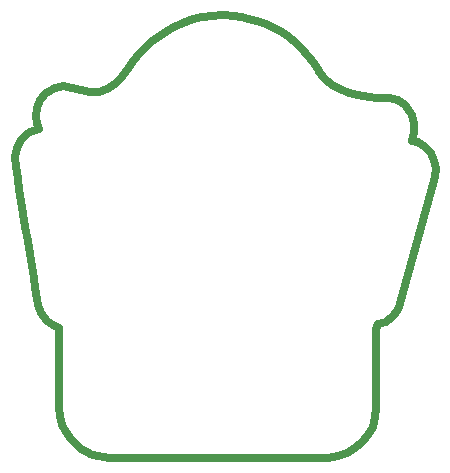
<source format=gbr>
%TF.GenerationSoftware,KiCad,Pcbnew,(6.0.5)*%
%TF.CreationDate,2022-07-12T12:17:59-06:00*%
%TF.ProjectId,jack,6a61636b-2e6b-4696-9361-645f70636258,rev?*%
%TF.SameCoordinates,PX7dfd6b0PY631d890*%
%TF.FileFunction,Profile,NP*%
%FSLAX46Y46*%
G04 Gerber Fmt 4.6, Leading zero omitted, Abs format (unit mm)*
G04 Created by KiCad (PCBNEW (6.0.5)) date 2022-07-12 12:17:59*
%MOMM*%
%LPD*%
G01*
G04 APERTURE LIST*
%ADD10C,0.700000*%
G04 APERTURE END LIST*
D10*
X30229139Y29961804D02*
X29761415Y30573007D01*
X29139820Y30985477D01*
X28418083Y31166097D01*
X28266447Y31171484D01*
X32256018Y25831500D02*
X31962377Y26500499D01*
X31455753Y27072394D01*
X30839455Y27431085D01*
X30770084Y27458059D01*
X30354735Y27561907D02*
X30564059Y28301545D01*
X30547650Y29054923D01*
X30339380Y29735725D01*
X30229139Y29961804D01*
X14178612Y38176634D02*
X13475684Y38149635D01*
X12617203Y38040145D01*
X11782182Y37846842D01*
X10971733Y37570091D01*
X10186967Y37210260D01*
X9578395Y36862822D01*
X8987542Y36462634D01*
X28182021Y12256252D02*
X28771154Y12694602D01*
X29103130Y13115118D01*
X-1262349Y28568801D02*
X-1949590Y28336567D01*
X-2231907Y28151341D01*
X4736811Y737231D02*
X23109742Y737231D01*
X27329596Y11638030D02*
X27478984Y12038953D01*
X1612238Y32052761D02*
X916314Y32181172D01*
X868012Y32181694D01*
X15954989Y38012475D02*
X15226261Y38118543D01*
X14506191Y38170820D01*
X14178612Y38176634D01*
X29276000Y13514793D02*
X32332736Y24481454D01*
X503477Y4970564D02*
X569908Y4223711D01*
X761444Y3518879D01*
X1066451Y2867698D01*
X1473293Y2281796D01*
X29103130Y13115118D02*
X29276000Y13514793D01*
X8987542Y36462634D02*
X8365923Y35976396D01*
X7796252Y35467016D01*
X7278578Y34934639D01*
X6812953Y34379411D01*
X6399428Y33801475D01*
X6273173Y33603808D01*
X6248519Y33563586D02*
X5739970Y32903177D01*
X5216075Y32394091D01*
X4536454Y31957671D01*
X3825539Y31728021D01*
X3079266Y31688654D01*
X2293570Y31823085D01*
X1633899Y32044687D01*
X27478984Y12038953D02*
X28160387Y12245626D01*
X28182021Y12256252D01*
X503477Y11373167D02*
X503477Y4970564D01*
X-1297059Y13674577D02*
X-1042937Y12963431D01*
X-577775Y12338640D01*
X-6011Y11925930D01*
X510260Y11742847D01*
X23267506Y737231D02*
X23270563Y745413D01*
X32332736Y24481454D02*
X32370827Y25219921D01*
X32256018Y25831500D01*
X1473293Y2281796D02*
X1979969Y1764481D01*
X2374164Y1462768D01*
X28266447Y31171484D02*
X28178037Y31169460D01*
X510260Y11742847D02*
X503477Y11609802D01*
X4305571Y759193D02*
X4736811Y737231D01*
X22466047Y33434697D02*
X22044959Y34115669D01*
X21583923Y34745116D01*
X21083207Y35322841D01*
X20543081Y35848645D01*
X19963815Y36322329D01*
X19345677Y36743695D01*
X18688938Y37112545D01*
X17993866Y37428679D01*
X17260732Y37691900D01*
X16489804Y37902008D01*
X15954989Y38012475D01*
X22480000Y33410000D02*
X22466047Y33434697D01*
X-3266770Y26115828D02*
X-3182267Y25394386D01*
X-3025607Y24330522D01*
X-2887541Y23435157D01*
X-2729289Y22429983D01*
X-2556609Y21348506D01*
X-2375256Y20224231D01*
X-2190987Y19090662D01*
X-2009558Y17981305D01*
X-1836726Y16929664D01*
X-1678247Y15969245D01*
X-1539878Y15133552D01*
X-1382623Y14187168D01*
X-1297059Y13674577D01*
X3093091Y1071276D02*
X3758267Y852151D01*
X4305571Y759193D01*
X27343075Y11373167D02*
X27329596Y11638030D01*
X-642577Y31584142D02*
X-1097416Y31025074D01*
X-1378194Y30369883D01*
X-1479397Y29665028D01*
X-1395509Y28956968D01*
X-1262349Y28568801D01*
X23109742Y737231D02*
X23267506Y737231D01*
X2374164Y1462768D02*
X2998802Y1112703D01*
X3093091Y1071276D01*
X30770084Y27458059D02*
X30354735Y27561907D01*
X1633899Y32044687D02*
X1612238Y32052761D01*
X23270563Y745413D02*
X24092697Y858369D01*
X24857797Y1122065D01*
X25549657Y1520444D01*
X26152067Y2037448D01*
X26648822Y2657020D01*
X27023713Y3363101D01*
X27260533Y4139635D01*
X27343075Y4970564D01*
X6273173Y33603808D02*
X6248519Y33563586D01*
X503477Y11609802D02*
X503477Y11373167D01*
X28178037Y31169460D02*
X27419816Y31202614D01*
X26700043Y31271067D01*
X25804883Y31418024D01*
X24989422Y31629603D01*
X24260146Y31906869D01*
X23623539Y32250891D01*
X22967974Y32776417D01*
X22480000Y33410000D01*
X-2231907Y28151341D02*
X-2763722Y27586279D01*
X-3112963Y26913339D01*
X-3265671Y26177703D01*
X-3266770Y26115828D01*
X868012Y32181694D02*
X159195Y32063116D01*
X-479789Y31720458D01*
X-642577Y31584142D01*
X27343075Y4970564D02*
X27343075Y11373167D01*
M02*

</source>
